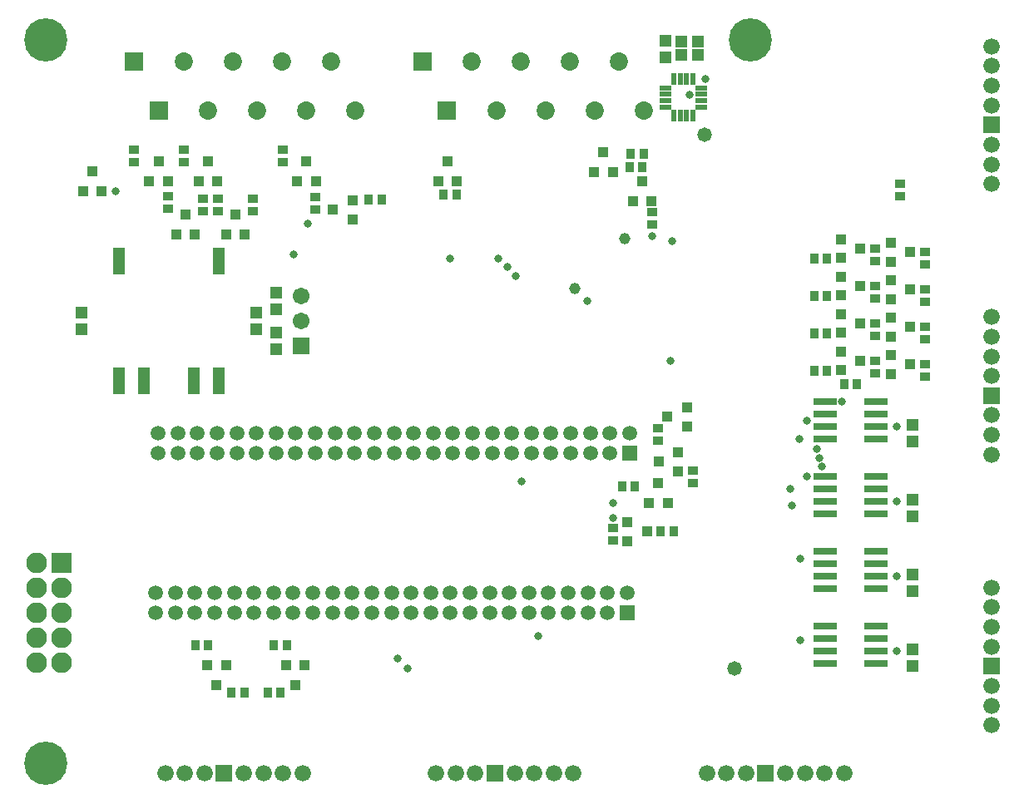
<source format=gbs>
G75*
%MOIN*%
%OFA0B0*%
%FSLAX24Y24*%
%IPPOS*%
%LPD*%
%AMOC8*
5,1,8,0,0,1.08239X$1,22.5*
%
%ADD10R,0.0595X0.0595*%
%ADD11C,0.0595*%
%ADD12R,0.0830X0.0830*%
%ADD13C,0.0830*%
%ADD14C,0.0580*%
%ADD15R,0.0674X0.0674*%
%ADD16C,0.0674*%
%ADD17R,0.0395X0.0434*%
%ADD18R,0.0660X0.0660*%
%ADD19C,0.0660*%
%ADD20R,0.0434X0.0395*%
%ADD21R,0.0730X0.0730*%
%ADD22C,0.0730*%
%ADD23R,0.0356X0.0434*%
%ADD24R,0.0946X0.0316*%
%ADD25R,0.0474X0.0513*%
%ADD26R,0.0474X0.1080*%
%ADD27R,0.0474X0.0237*%
%ADD28R,0.0237X0.0474*%
%ADD29R,0.0513X0.0474*%
%ADD30R,0.0434X0.0356*%
%ADD31C,0.1730*%
%ADD32C,0.0455*%
%ADD33C,0.0330*%
D10*
X025917Y007872D03*
X026017Y014272D03*
D11*
X026017Y015059D03*
X025229Y015059D03*
X025229Y014272D03*
X024442Y014272D03*
X024442Y015059D03*
X023654Y015059D03*
X022867Y015059D03*
X022867Y014272D03*
X022080Y014272D03*
X022080Y015059D03*
X021292Y015059D03*
X021292Y014272D03*
X020505Y014272D03*
X019717Y014272D03*
X018930Y014272D03*
X018143Y014272D03*
X018143Y015059D03*
X018930Y015059D03*
X019717Y015059D03*
X020505Y015059D03*
X017355Y015059D03*
X017355Y014272D03*
X016568Y014272D03*
X016568Y015059D03*
X015780Y015059D03*
X015780Y014272D03*
X014993Y014272D03*
X014206Y014272D03*
X014206Y015059D03*
X014993Y015059D03*
X013418Y015059D03*
X012631Y015059D03*
X012631Y014272D03*
X013418Y014272D03*
X011843Y014272D03*
X011056Y014272D03*
X010269Y014272D03*
X010269Y015059D03*
X011056Y015059D03*
X011843Y015059D03*
X009481Y015059D03*
X009481Y014272D03*
X008694Y014272D03*
X008694Y015059D03*
X007906Y015059D03*
X007906Y014272D03*
X007119Y014272D03*
X007119Y015059D03*
X007019Y008659D03*
X007019Y007872D03*
X007806Y007872D03*
X007806Y008659D03*
X008594Y008659D03*
X008594Y007872D03*
X009381Y007872D03*
X009381Y008659D03*
X010169Y008659D03*
X010169Y007872D03*
X010956Y007872D03*
X011743Y007872D03*
X012531Y007872D03*
X013318Y007872D03*
X013318Y008659D03*
X012531Y008659D03*
X011743Y008659D03*
X010956Y008659D03*
X014106Y008659D03*
X014106Y007872D03*
X014893Y007872D03*
X015680Y007872D03*
X015680Y008659D03*
X014893Y008659D03*
X016468Y008659D03*
X016468Y007872D03*
X017255Y007872D03*
X017255Y008659D03*
X018043Y008659D03*
X018830Y008659D03*
X018830Y007872D03*
X018043Y007872D03*
X019617Y007872D03*
X019617Y008659D03*
X020405Y008659D03*
X020405Y007872D03*
X021192Y007872D03*
X021192Y008659D03*
X021980Y008659D03*
X021980Y007872D03*
X022767Y007872D03*
X022767Y008659D03*
X023554Y008659D03*
X023554Y007872D03*
X024342Y007872D03*
X025129Y007872D03*
X025129Y008659D03*
X024342Y008659D03*
X025917Y008659D03*
X023654Y014272D03*
D12*
X003267Y009872D03*
D13*
X002267Y009872D03*
X002267Y008872D03*
X003267Y008872D03*
X003267Y007872D03*
X002267Y007872D03*
X002267Y006872D03*
X003267Y006872D03*
X003267Y005872D03*
X002267Y005872D03*
D14*
X029017Y027037D03*
X030217Y005627D03*
D15*
X012867Y018572D03*
D16*
X012867Y019572D03*
X012867Y020572D03*
D17*
X010591Y023028D03*
X009843Y023028D03*
X010217Y023816D03*
X009491Y025178D03*
X008743Y025178D03*
X009117Y025966D03*
X007511Y025178D03*
X006763Y025178D03*
X007137Y025966D03*
X004853Y024766D03*
X004105Y024766D03*
X004479Y025553D03*
X007843Y023028D03*
X008591Y023028D03*
X008217Y023816D03*
X012693Y025178D03*
X013441Y025178D03*
X013067Y025966D03*
X018343Y025178D03*
X019091Y025178D03*
X018717Y025966D03*
X024593Y025528D03*
X025341Y025528D03*
X024967Y026316D03*
X026517Y025166D03*
X026891Y024378D03*
X026143Y024378D03*
X027167Y013066D03*
X027541Y012278D03*
X026793Y012278D03*
X012991Y005766D03*
X012243Y005766D03*
X012617Y004978D03*
X009841Y005766D03*
X009093Y005766D03*
X009467Y004978D03*
D18*
X009767Y001422D03*
X020617Y001422D03*
X031467Y001422D03*
X040517Y005722D03*
X040517Y016572D03*
X040517Y027422D03*
D19*
X040517Y026635D03*
X040517Y025847D03*
X040517Y025060D03*
X040517Y028209D03*
X040517Y028997D03*
X040517Y029784D03*
X040517Y030572D03*
X040517Y019722D03*
X040517Y018934D03*
X040517Y018147D03*
X040517Y017359D03*
X040517Y015785D03*
X040517Y014997D03*
X040517Y014210D03*
X040517Y008872D03*
X040517Y008084D03*
X040517Y007297D03*
X040517Y006509D03*
X040517Y004935D03*
X040517Y004147D03*
X040517Y003360D03*
X034616Y001422D03*
X033829Y001422D03*
X033041Y001422D03*
X032254Y001422D03*
X030679Y001422D03*
X029892Y001422D03*
X029104Y001422D03*
X023766Y001422D03*
X022979Y001422D03*
X022191Y001422D03*
X021404Y001422D03*
X019829Y001422D03*
X019042Y001422D03*
X018254Y001422D03*
X012916Y001422D03*
X012129Y001422D03*
X011341Y001422D03*
X010554Y001422D03*
X008979Y001422D03*
X008192Y001422D03*
X007404Y001422D03*
D20*
X025923Y010748D03*
X026710Y011122D03*
X025923Y011496D03*
X027960Y013548D03*
X027960Y014296D03*
X027173Y013922D03*
X028310Y015348D03*
X027523Y015722D03*
X028310Y016096D03*
X034473Y017598D03*
X034473Y018346D03*
X035260Y017972D03*
X036473Y018196D03*
X036473Y017448D03*
X037260Y017822D03*
X036473Y018948D03*
X037260Y019322D03*
X036473Y019696D03*
X036473Y020448D03*
X036473Y021196D03*
X036473Y021948D03*
X037260Y022322D03*
X036473Y022696D03*
X035260Y022472D03*
X034473Y022098D03*
X034473Y022846D03*
X034473Y021346D03*
X035260Y020972D03*
X034473Y020598D03*
X034473Y019846D03*
X034473Y019098D03*
X035260Y019472D03*
X037260Y020822D03*
X014910Y023648D03*
X014910Y024396D03*
X014123Y024022D03*
D21*
X018701Y028004D03*
X017717Y029972D03*
X007151Y028004D03*
X006167Y029972D03*
D22*
X008135Y029972D03*
X010104Y029972D03*
X012072Y029972D03*
X014041Y029972D03*
X015025Y028004D03*
X013056Y028004D03*
X011088Y028004D03*
X009119Y028004D03*
X019685Y029972D03*
X021654Y029972D03*
X023622Y029972D03*
X025591Y029972D03*
X026575Y028004D03*
X024606Y028004D03*
X022638Y028004D03*
X020669Y028004D03*
D23*
X019073Y024622D03*
X018561Y024622D03*
X016073Y024422D03*
X015561Y024422D03*
X026011Y025722D03*
X026523Y025722D03*
X026573Y026272D03*
X026061Y026272D03*
X033411Y022072D03*
X033923Y022072D03*
X033923Y020572D03*
X033411Y020572D03*
X033411Y019072D03*
X033923Y019072D03*
X033923Y017572D03*
X033411Y017572D03*
X034611Y017022D03*
X035123Y017022D03*
X027773Y011122D03*
X027261Y011122D03*
X026223Y012922D03*
X025711Y012922D03*
X012273Y006572D03*
X011761Y006572D03*
X011511Y004672D03*
X012023Y004672D03*
X010573Y004672D03*
X010061Y004672D03*
X009123Y006572D03*
X008611Y006572D03*
D24*
X033843Y006322D03*
X033843Y006822D03*
X033843Y007322D03*
X033843Y008822D03*
X033843Y009322D03*
X033843Y009822D03*
X033843Y010322D03*
X033843Y011822D03*
X033843Y012322D03*
X033843Y012822D03*
X033843Y013322D03*
X033843Y014822D03*
X033843Y015322D03*
X033843Y015822D03*
X033843Y016322D03*
X035890Y016322D03*
X035890Y015822D03*
X035890Y015322D03*
X035890Y014822D03*
X035890Y013322D03*
X035890Y012822D03*
X035890Y012322D03*
X035890Y011822D03*
X035890Y010322D03*
X035890Y009822D03*
X035890Y009322D03*
X035890Y008822D03*
X035890Y007322D03*
X035890Y006822D03*
X035890Y006322D03*
X035890Y005822D03*
X033843Y005822D03*
D25*
X037367Y005737D03*
X037367Y006407D03*
X037367Y008737D03*
X037367Y009407D03*
X037367Y011737D03*
X037367Y012407D03*
X037367Y014737D03*
X037367Y015407D03*
X027467Y030137D03*
X027467Y030807D03*
X011867Y020707D03*
X011867Y020037D03*
X011067Y019907D03*
X011067Y019237D03*
X011867Y019107D03*
X011867Y018437D03*
X004067Y019237D03*
X004067Y019907D03*
D26*
X005567Y021972D03*
X009567Y021972D03*
X009567Y017172D03*
X008567Y017172D03*
X006567Y017172D03*
X005567Y017172D03*
D27*
X027438Y028138D03*
X027438Y028394D03*
X027438Y028650D03*
X027438Y028906D03*
X028895Y028906D03*
X028895Y028650D03*
X028895Y028394D03*
X028895Y028138D03*
D28*
X028551Y027794D03*
X028295Y027794D03*
X028039Y027794D03*
X027783Y027794D03*
X027783Y029250D03*
X028039Y029250D03*
X028295Y029250D03*
X028551Y029250D03*
D29*
X028751Y030222D03*
X028751Y030772D03*
X028082Y030772D03*
X028082Y030222D03*
D30*
X026917Y023928D03*
X026917Y023416D03*
X035867Y022478D03*
X035867Y021966D03*
X035867Y020978D03*
X035867Y020466D03*
X035867Y019478D03*
X035867Y018966D03*
X035867Y017978D03*
X035867Y017466D03*
X037867Y017316D03*
X037867Y017828D03*
X037867Y018816D03*
X037867Y019328D03*
X037867Y020316D03*
X037867Y020828D03*
X037867Y021816D03*
X037867Y022328D03*
X036867Y024566D03*
X036867Y025078D03*
X027167Y015278D03*
X027167Y014766D03*
X028567Y013578D03*
X028567Y013066D03*
X025367Y011278D03*
X025367Y010766D03*
X013417Y024016D03*
X013417Y024528D03*
X012117Y025916D03*
X012117Y026428D03*
X010917Y024478D03*
X010917Y023966D03*
X009517Y023966D03*
X009517Y024478D03*
X008917Y024478D03*
X008917Y023966D03*
X007517Y024066D03*
X007517Y024578D03*
X008167Y025916D03*
X008167Y026428D03*
X006167Y026428D03*
X006167Y025916D03*
D31*
X002627Y001832D03*
X002627Y030822D03*
X030867Y030822D03*
D32*
X025817Y022872D03*
X023817Y020872D03*
D33*
X024317Y020372D03*
X021467Y021372D03*
X021117Y021722D03*
X020767Y022072D03*
X018817Y022072D03*
X013117Y023472D03*
X012567Y022222D03*
X005417Y024772D03*
X021697Y013142D03*
X025367Y012272D03*
X025367Y011672D03*
X022367Y006922D03*
X017117Y005622D03*
X016717Y006022D03*
X027667Y017972D03*
X033117Y015572D03*
X032817Y014822D03*
X033517Y014422D03*
X033617Y014072D03*
X033717Y013722D03*
X033117Y013322D03*
X032467Y012822D03*
X032517Y012172D03*
X032867Y010022D03*
X036717Y009322D03*
X036717Y006322D03*
X032867Y006772D03*
X036717Y012322D03*
X036717Y015322D03*
X034517Y016322D03*
X027717Y022772D03*
X026917Y022972D03*
X028417Y028622D03*
X029067Y029272D03*
M02*

</source>
